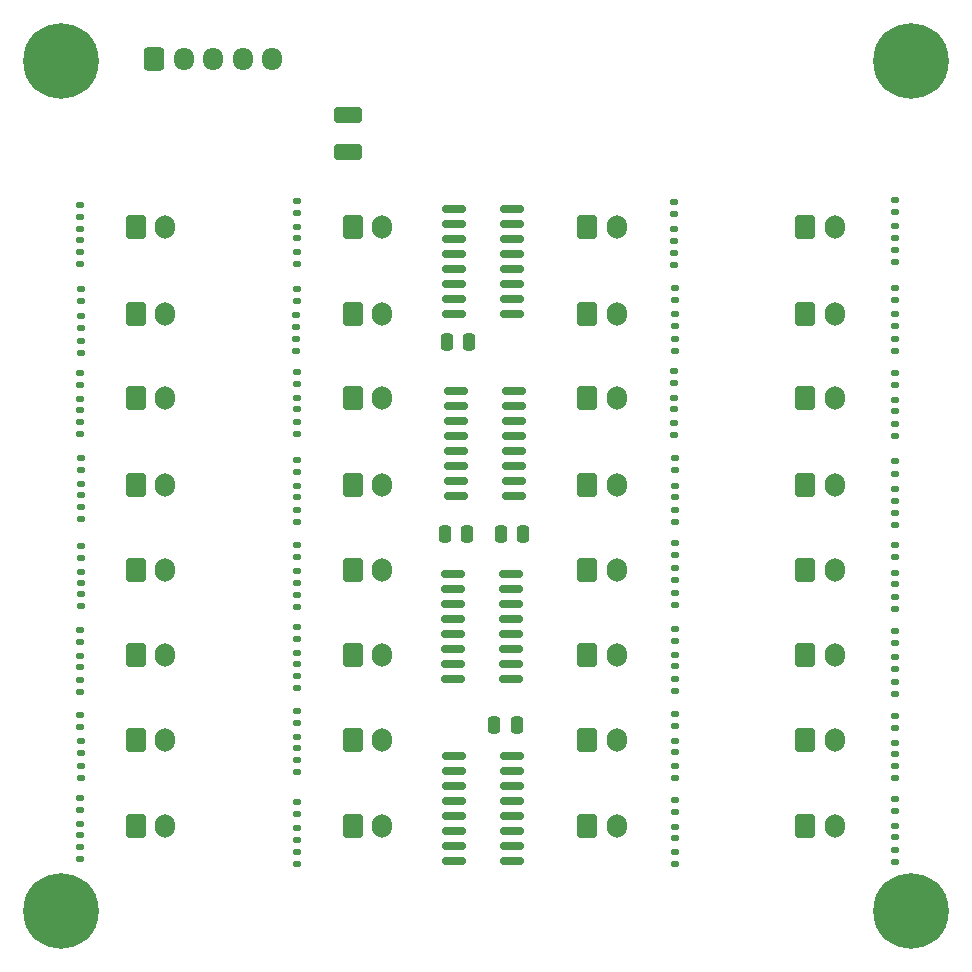
<source format=gbr>
%TF.GenerationSoftware,KiCad,Pcbnew,9.0.3*%
%TF.CreationDate,2025-07-25T06:36:40+02:00*%
%TF.ProjectId,input-shifter-board,696e7075-742d-4736-9869-667465722d62,rev?*%
%TF.SameCoordinates,Original*%
%TF.FileFunction,Soldermask,Top*%
%TF.FilePolarity,Negative*%
%FSLAX46Y46*%
G04 Gerber Fmt 4.6, Leading zero omitted, Abs format (unit mm)*
G04 Created by KiCad (PCBNEW 9.0.3) date 2025-07-25 06:36:40*
%MOMM*%
%LPD*%
G01*
G04 APERTURE LIST*
G04 Aperture macros list*
%AMRoundRect*
0 Rectangle with rounded corners*
0 $1 Rounding radius*
0 $2 $3 $4 $5 $6 $7 $8 $9 X,Y pos of 4 corners*
0 Add a 4 corners polygon primitive as box body*
4,1,4,$2,$3,$4,$5,$6,$7,$8,$9,$2,$3,0*
0 Add four circle primitives for the rounded corners*
1,1,$1+$1,$2,$3*
1,1,$1+$1,$4,$5*
1,1,$1+$1,$6,$7*
1,1,$1+$1,$8,$9*
0 Add four rect primitives between the rounded corners*
20,1,$1+$1,$2,$3,$4,$5,0*
20,1,$1+$1,$4,$5,$6,$7,0*
20,1,$1+$1,$6,$7,$8,$9,0*
20,1,$1+$1,$8,$9,$2,$3,0*%
G04 Aperture macros list end*
%ADD10RoundRect,0.147500X-0.172500X0.147500X-0.172500X-0.147500X0.172500X-0.147500X0.172500X0.147500X0*%
%ADD11RoundRect,0.135000X-0.185000X0.135000X-0.185000X-0.135000X0.185000X-0.135000X0.185000X0.135000X0*%
%ADD12RoundRect,0.250000X-0.600000X-0.750000X0.600000X-0.750000X0.600000X0.750000X-0.600000X0.750000X0*%
%ADD13O,1.700000X2.000000*%
%ADD14RoundRect,0.135000X0.185000X-0.135000X0.185000X0.135000X-0.185000X0.135000X-0.185000X-0.135000X0*%
%ADD15RoundRect,0.150000X0.825000X0.150000X-0.825000X0.150000X-0.825000X-0.150000X0.825000X-0.150000X0*%
%ADD16C,6.400000*%
%ADD17RoundRect,0.150000X-0.825000X-0.150000X0.825000X-0.150000X0.825000X0.150000X-0.825000X0.150000X0*%
%ADD18RoundRect,0.250000X0.250000X0.475000X-0.250000X0.475000X-0.250000X-0.475000X0.250000X-0.475000X0*%
%ADD19RoundRect,0.250000X-0.600000X-0.725000X0.600000X-0.725000X0.600000X0.725000X-0.600000X0.725000X0*%
%ADD20O,1.700000X1.950000*%
%ADD21RoundRect,0.250000X0.945000X-0.420000X0.945000X0.420000X-0.945000X0.420000X-0.945000X-0.420000X0*%
%ADD22RoundRect,0.250000X-0.250000X-0.475000X0.250000X-0.475000X0.250000X0.475000X-0.250000X0.475000X0*%
G04 APERTURE END LIST*
D10*
%TO.C,D6*%
X72632400Y-94396800D03*
X72632400Y-95366800D03*
%TD*%
%TO.C,D25*%
X141618800Y-58024000D03*
X141618800Y-58994000D03*
%TD*%
D11*
%TO.C,R15*%
X90945800Y-103242800D03*
X90945800Y-104262800D03*
%TD*%
D12*
%TO.C,J3*%
X77350000Y-72550000D03*
D13*
X79850000Y-72550000D03*
%TD*%
D10*
%TO.C,D23*%
X122975200Y-101583000D03*
X122975200Y-102553000D03*
%TD*%
D12*
%TO.C,J8*%
X77350000Y-108825000D03*
D13*
X79850000Y-108825000D03*
%TD*%
D12*
%TO.C,J23*%
X115575000Y-101550000D03*
D13*
X118075000Y-101550000D03*
%TD*%
D11*
%TO.C,R26*%
X141618800Y-67549800D03*
X141618800Y-68569800D03*
%TD*%
%TO.C,R4*%
X72683200Y-81800000D03*
X72683200Y-82820000D03*
%TD*%
D10*
%TO.C,D18*%
X122949800Y-65491600D03*
X122949800Y-66461600D03*
%TD*%
D12*
%TO.C,J27*%
X134025000Y-72550000D03*
D13*
X136525000Y-72550000D03*
%TD*%
D14*
%TO.C,R126*%
X141644200Y-64302600D03*
X141644200Y-63282600D03*
%TD*%
D11*
%TO.C,R12*%
X90945800Y-82059200D03*
X90945800Y-83079200D03*
%TD*%
D12*
%TO.C,J1*%
X77350000Y-58050000D03*
D13*
X79850000Y-58050000D03*
%TD*%
D15*
%TO.C,U3*%
X109372000Y-80838000D03*
X109372000Y-79568000D03*
X109372000Y-78298000D03*
X109372000Y-77028000D03*
X109372000Y-75758000D03*
X109372000Y-74488000D03*
X109372000Y-73218000D03*
X109372000Y-71948000D03*
X104422000Y-71948000D03*
X104422000Y-73218000D03*
X104422000Y-74488000D03*
X104422000Y-75758000D03*
X104422000Y-77028000D03*
X104422000Y-78298000D03*
X104422000Y-79568000D03*
X104422000Y-80838000D03*
%TD*%
D16*
%TO.C,H1*%
X71000000Y-44000000D03*
%TD*%
D10*
%TO.C,D12*%
X90945800Y-80001400D03*
X90945800Y-80971400D03*
%TD*%
D14*
%TO.C,R103*%
X72607000Y-71467400D03*
X72607000Y-70447400D03*
%TD*%
%TO.C,R115*%
X90945800Y-100042400D03*
X90945800Y-99022400D03*
%TD*%
D11*
%TO.C,R8*%
X72632400Y-110579400D03*
X72632400Y-111599400D03*
%TD*%
%TO.C,R19*%
X122924400Y-74661800D03*
X122924400Y-75681800D03*
%TD*%
D14*
%TO.C,R122*%
X122949800Y-93108200D03*
X122949800Y-92088200D03*
%TD*%
%TO.C,R117*%
X122924400Y-57010800D03*
X122924400Y-55990800D03*
%TD*%
D10*
%TO.C,D17*%
X122924400Y-58276000D03*
X122924400Y-59246000D03*
%TD*%
D14*
%TO.C,R125*%
X141644200Y-56786200D03*
X141644200Y-55766200D03*
%TD*%
%TO.C,R132*%
X141644200Y-107535400D03*
X141644200Y-106515400D03*
%TD*%
D11*
%TO.C,R14*%
X90945800Y-96105400D03*
X90945800Y-97125400D03*
%TD*%
D14*
%TO.C,R123*%
X122975200Y-100345200D03*
X122975200Y-99325200D03*
%TD*%
D17*
%TO.C,U2*%
X104193400Y-87467400D03*
X104193400Y-88737400D03*
X104193400Y-90007400D03*
X104193400Y-91277400D03*
X104193400Y-92547400D03*
X104193400Y-93817400D03*
X104193400Y-95087400D03*
X104193400Y-96357400D03*
X109143400Y-96357400D03*
X109143400Y-95087400D03*
X109143400Y-93817400D03*
X109143400Y-92547400D03*
X109143400Y-91277400D03*
X109143400Y-90007400D03*
X109143400Y-88737400D03*
X109143400Y-87467400D03*
%TD*%
D16*
%TO.C,H3*%
X71000000Y-116000000D03*
%TD*%
D14*
%TO.C,R124*%
X122975200Y-107584200D03*
X122975200Y-106564200D03*
%TD*%
D11*
%TO.C,R2*%
X72657800Y-67708100D03*
X72657800Y-68728100D03*
%TD*%
D12*
%TO.C,J31*%
X134025000Y-101550000D03*
D13*
X136525000Y-101550000D03*
%TD*%
D11*
%TO.C,R6*%
X72632400Y-96406200D03*
X72632400Y-97426200D03*
%TD*%
D12*
%TO.C,J29*%
X134025000Y-87100000D03*
D13*
X136525000Y-87100000D03*
%TD*%
D15*
%TO.C,U1*%
X109219600Y-65462200D03*
X109219600Y-64192200D03*
X109219600Y-62922200D03*
X109219600Y-61652200D03*
X109219600Y-60382200D03*
X109219600Y-59112200D03*
X109219600Y-57842200D03*
X109219600Y-56572200D03*
X104269600Y-56572200D03*
X104269600Y-57842200D03*
X104269600Y-59112200D03*
X104269600Y-60382200D03*
X104269600Y-61652200D03*
X104269600Y-62922200D03*
X104269600Y-64192200D03*
X104269600Y-65462200D03*
%TD*%
D14*
%TO.C,R127*%
X141644200Y-71440000D03*
X141644200Y-70420000D03*
%TD*%
%TO.C,R110*%
X90945800Y-64351400D03*
X90945800Y-63331400D03*
%TD*%
D12*
%TO.C,J6*%
X77350000Y-94300000D03*
D13*
X79850000Y-94300000D03*
%TD*%
D10*
%TO.C,D8*%
X72632400Y-108595400D03*
X72632400Y-109565400D03*
%TD*%
D14*
%TO.C,R120*%
X123000600Y-78677000D03*
X123000600Y-77657000D03*
%TD*%
D10*
%TO.C,D32*%
X141618800Y-108798600D03*
X141618800Y-109768600D03*
%TD*%
D18*
%TO.C,C3*%
X105408600Y-84114600D03*
X103508600Y-84114600D03*
%TD*%
D14*
%TO.C,R107*%
X72632400Y-100425400D03*
X72632400Y-99405400D03*
%TD*%
D11*
%TO.C,R29*%
X141618800Y-89446600D03*
X141618800Y-90466600D03*
%TD*%
D12*
%TO.C,J5*%
X77350000Y-87100000D03*
D13*
X79850000Y-87100000D03*
%TD*%
D11*
%TO.C,R22*%
X122949800Y-96355400D03*
X122949800Y-97375400D03*
%TD*%
D10*
%TO.C,D16*%
X90945800Y-108980400D03*
X90945800Y-109950400D03*
%TD*%
D11*
%TO.C,R30*%
X141618800Y-96584000D03*
X141618800Y-97604000D03*
%TD*%
D10*
%TO.C,D15*%
X90945800Y-101258800D03*
X90945800Y-102228800D03*
%TD*%
D11*
%TO.C,R13*%
X90945800Y-89272800D03*
X90945800Y-90292800D03*
%TD*%
D10*
%TO.C,D28*%
X141618800Y-80272400D03*
X141618800Y-81242400D03*
%TD*%
D12*
%TO.C,J7*%
X77350000Y-101550000D03*
D13*
X79850000Y-101550000D03*
%TD*%
D11*
%TO.C,R5*%
X72657800Y-89188200D03*
X72657800Y-90208200D03*
%TD*%
D12*
%TO.C,J16*%
X95700000Y-108825000D03*
D13*
X98200000Y-108825000D03*
%TD*%
D14*
%TO.C,R121*%
X123026000Y-85818400D03*
X123026000Y-84798400D03*
%TD*%
%TO.C,R104*%
X72683200Y-78631000D03*
X72683200Y-77611000D03*
%TD*%
D12*
%TO.C,J20*%
X115575000Y-79900000D03*
D13*
X118075000Y-79900000D03*
%TD*%
D10*
%TO.C,D20*%
X122949800Y-79993000D03*
X122949800Y-80963000D03*
%TD*%
D14*
%TO.C,R128*%
X141644200Y-78956400D03*
X141644200Y-77936400D03*
%TD*%
D11*
%TO.C,R27*%
X141618800Y-74788800D03*
X141618800Y-75808800D03*
%TD*%
D14*
%TO.C,R111*%
X90945800Y-71363800D03*
X90945800Y-70343800D03*
%TD*%
D12*
%TO.C,J2*%
X77350000Y-65450000D03*
D13*
X79850000Y-65450000D03*
%TD*%
D12*
%TO.C,J32*%
X134025000Y-108825000D03*
D13*
X136525000Y-108825000D03*
%TD*%
D11*
%TO.C,R1*%
X72632400Y-60160400D03*
X72632400Y-61180400D03*
%TD*%
D10*
%TO.C,D26*%
X141618800Y-65489600D03*
X141618800Y-66459600D03*
%TD*%
D11*
%TO.C,R16*%
X90945800Y-111013200D03*
X90945800Y-112033200D03*
%TD*%
D10*
%TO.C,D4*%
X72683200Y-79820400D03*
X72683200Y-80790400D03*
%TD*%
D14*
%TO.C,R129*%
X141618800Y-86045000D03*
X141618800Y-85025000D03*
%TD*%
D16*
%TO.C,H4*%
X143000000Y-116000000D03*
%TD*%
D10*
%TO.C,D14*%
X90945800Y-94139700D03*
X90945800Y-95109700D03*
%TD*%
D12*
%TO.C,J12*%
X95700000Y-79900000D03*
D13*
X98200000Y-79900000D03*
%TD*%
D10*
%TO.C,D27*%
X141618800Y-72703200D03*
X141618800Y-73673200D03*
%TD*%
D16*
%TO.C,H2*%
X143000000Y-44000000D03*
%TD*%
D12*
%TO.C,J10*%
X95700000Y-65450000D03*
D13*
X98200000Y-65450000D03*
%TD*%
D11*
%TO.C,R25*%
X141618800Y-60031400D03*
X141618800Y-61051400D03*
%TD*%
D14*
%TO.C,R118*%
X122949800Y-64253800D03*
X122949800Y-63233800D03*
%TD*%
D10*
%TO.C,D21*%
X122949800Y-86980000D03*
X122949800Y-87950000D03*
%TD*%
D12*
%TO.C,J25*%
X134025000Y-58050000D03*
D13*
X136525000Y-58050000D03*
%TD*%
D19*
%TO.C,J33*%
X78900000Y-43880000D03*
D20*
X81400000Y-43880000D03*
X83900000Y-43880000D03*
X86400000Y-43880000D03*
X88900000Y-43880000D03*
%TD*%
D10*
%TO.C,D30*%
X141618800Y-94498400D03*
X141618800Y-95468400D03*
%TD*%
D14*
%TO.C,R106*%
X72632400Y-93184400D03*
X72632400Y-92164400D03*
%TD*%
D10*
%TO.C,D5*%
X72657800Y-87284800D03*
X72657800Y-88254800D03*
%TD*%
D11*
%TO.C,R11*%
X90945800Y-74568200D03*
X90945800Y-75588200D03*
%TD*%
D12*
%TO.C,J18*%
X115575000Y-65450000D03*
D13*
X118075000Y-65450000D03*
%TD*%
D14*
%TO.C,R119*%
X122924400Y-71287600D03*
X122924400Y-70267600D03*
%TD*%
D12*
%TO.C,J9*%
X95700000Y-58050000D03*
D13*
X98200000Y-58050000D03*
%TD*%
D21*
%TO.C,C5*%
X95330000Y-51710000D03*
X95330000Y-48630000D03*
%TD*%
D12*
%TO.C,J13*%
X95700000Y-87100000D03*
D13*
X98200000Y-87100000D03*
%TD*%
D10*
%TO.C,D11*%
X90945800Y-72531400D03*
X90945800Y-73501400D03*
%TD*%
%TO.C,D2*%
X72657800Y-65623300D03*
X72657800Y-66593300D03*
%TD*%
D11*
%TO.C,R10*%
X90895000Y-67551800D03*
X90895000Y-68571800D03*
%TD*%
D10*
%TO.C,D29*%
X141618800Y-87361000D03*
X141618800Y-88331000D03*
%TD*%
D11*
%TO.C,R21*%
X122949800Y-89040200D03*
X122949800Y-90060200D03*
%TD*%
D12*
%TO.C,J11*%
X95700000Y-72550000D03*
D13*
X98200000Y-72550000D03*
%TD*%
D11*
%TO.C,R9*%
X90945800Y-60166400D03*
X90945800Y-61186400D03*
%TD*%
%TO.C,R17*%
X122924400Y-60287400D03*
X122924400Y-61307400D03*
%TD*%
D12*
%TO.C,J30*%
X134025000Y-94300000D03*
D13*
X136525000Y-94300000D03*
%TD*%
D14*
%TO.C,R109*%
X90945800Y-56862400D03*
X90945800Y-55842400D03*
%TD*%
D12*
%TO.C,J14*%
X95700000Y-94300000D03*
D13*
X98200000Y-94300000D03*
%TD*%
D10*
%TO.C,D19*%
X122924400Y-72550800D03*
X122924400Y-73520800D03*
%TD*%
D11*
%TO.C,R18*%
X122949800Y-67553800D03*
X122949800Y-68573800D03*
%TD*%
D10*
%TO.C,D24*%
X122949800Y-108872800D03*
X122949800Y-109842800D03*
%TD*%
D11*
%TO.C,R31*%
X141618800Y-103694000D03*
X141618800Y-104714000D03*
%TD*%
D14*
%TO.C,R112*%
X90971200Y-78808000D03*
X90971200Y-77788000D03*
%TD*%
D11*
%TO.C,R23*%
X122975200Y-103694000D03*
X122975200Y-104714000D03*
%TD*%
%TO.C,R24*%
X122949800Y-111009200D03*
X122949800Y-112029200D03*
%TD*%
D12*
%TO.C,J4*%
X77350000Y-79900000D03*
D13*
X79850000Y-79900000D03*
%TD*%
D11*
%TO.C,R3*%
X72632400Y-74587600D03*
X72632400Y-75607600D03*
%TD*%
D14*
%TO.C,R130*%
X141644200Y-93313400D03*
X141644200Y-92293400D03*
%TD*%
D17*
%TO.C,U4*%
X104244200Y-102910600D03*
X104244200Y-104180600D03*
X104244200Y-105450600D03*
X104244200Y-106720600D03*
X104244200Y-107990600D03*
X104244200Y-109260600D03*
X104244200Y-110530600D03*
X104244200Y-111800600D03*
X109194200Y-111800600D03*
X109194200Y-110530600D03*
X109194200Y-109260600D03*
X109194200Y-107990600D03*
X109194200Y-106720600D03*
X109194200Y-105450600D03*
X109194200Y-104180600D03*
X109194200Y-102910600D03*
%TD*%
D12*
%TO.C,J21*%
X115575000Y-87100000D03*
D13*
X118075000Y-87100000D03*
%TD*%
D12*
%TO.C,J26*%
X134025000Y-65450000D03*
D13*
X136525000Y-65450000D03*
%TD*%
D10*
%TO.C,D10*%
X90895000Y-65560700D03*
X90895000Y-66530700D03*
%TD*%
D12*
%TO.C,J15*%
X95700000Y-101550000D03*
D13*
X98200000Y-101550000D03*
%TD*%
D11*
%TO.C,R28*%
X141618800Y-82307200D03*
X141618800Y-83327200D03*
%TD*%
D12*
%TO.C,J22*%
X115575000Y-94300000D03*
D13*
X118075000Y-94300000D03*
%TD*%
D10*
%TO.C,D1*%
X72632400Y-58232500D03*
X72632400Y-59202500D03*
%TD*%
%TO.C,D3*%
X72632400Y-72606000D03*
X72632400Y-73576000D03*
%TD*%
D14*
%TO.C,R131*%
X141618800Y-100470200D03*
X141618800Y-99450200D03*
%TD*%
D22*
%TO.C,C2*%
X108233000Y-84063800D03*
X110133000Y-84063800D03*
%TD*%
D12*
%TO.C,J19*%
X115575000Y-72550000D03*
D13*
X118075000Y-72550000D03*
%TD*%
D10*
%TO.C,D9*%
X90945800Y-58078800D03*
X90945800Y-59048800D03*
%TD*%
D22*
%TO.C,C1*%
X103686400Y-67807800D03*
X105586400Y-67807800D03*
%TD*%
D11*
%TO.C,R20*%
X122949800Y-82053200D03*
X122949800Y-83073200D03*
%TD*%
D10*
%TO.C,D13*%
X90945800Y-87215000D03*
X90945800Y-88185000D03*
%TD*%
D14*
%TO.C,R108*%
X72581600Y-107459200D03*
X72581600Y-106439200D03*
%TD*%
%TO.C,R101*%
X72632400Y-57218000D03*
X72632400Y-56198000D03*
%TD*%
D10*
%TO.C,D7*%
X72657800Y-101612400D03*
X72657800Y-102582400D03*
%TD*%
D14*
%TO.C,R116*%
X90971200Y-107764000D03*
X90971200Y-106744000D03*
%TD*%
D22*
%TO.C,C4*%
X107699600Y-100218200D03*
X109599600Y-100218200D03*
%TD*%
D14*
%TO.C,R113*%
X90971200Y-86021600D03*
X90971200Y-85001600D03*
%TD*%
D12*
%TO.C,J17*%
X115575000Y-58050000D03*
D13*
X118075000Y-58050000D03*
%TD*%
D11*
%TO.C,R32*%
X141618800Y-110808000D03*
X141618800Y-111828000D03*
%TD*%
D14*
%TO.C,R114*%
X90971200Y-92930400D03*
X90971200Y-91910400D03*
%TD*%
%TO.C,R102*%
X72657800Y-64384700D03*
X72657800Y-63364700D03*
%TD*%
D10*
%TO.C,D22*%
X122949800Y-94320600D03*
X122949800Y-95290600D03*
%TD*%
D14*
%TO.C,R105*%
X72657800Y-86095400D03*
X72657800Y-85075400D03*
%TD*%
D11*
%TO.C,R7*%
X72657800Y-103721400D03*
X72657800Y-104741400D03*
%TD*%
D12*
%TO.C,J28*%
X134025000Y-79900000D03*
D13*
X136525000Y-79900000D03*
%TD*%
D12*
%TO.C,J24*%
X115575000Y-108825000D03*
D13*
X118075000Y-108825000D03*
%TD*%
D10*
%TO.C,D31*%
X141618800Y-101735400D03*
X141618800Y-102705400D03*
%TD*%
M02*

</source>
